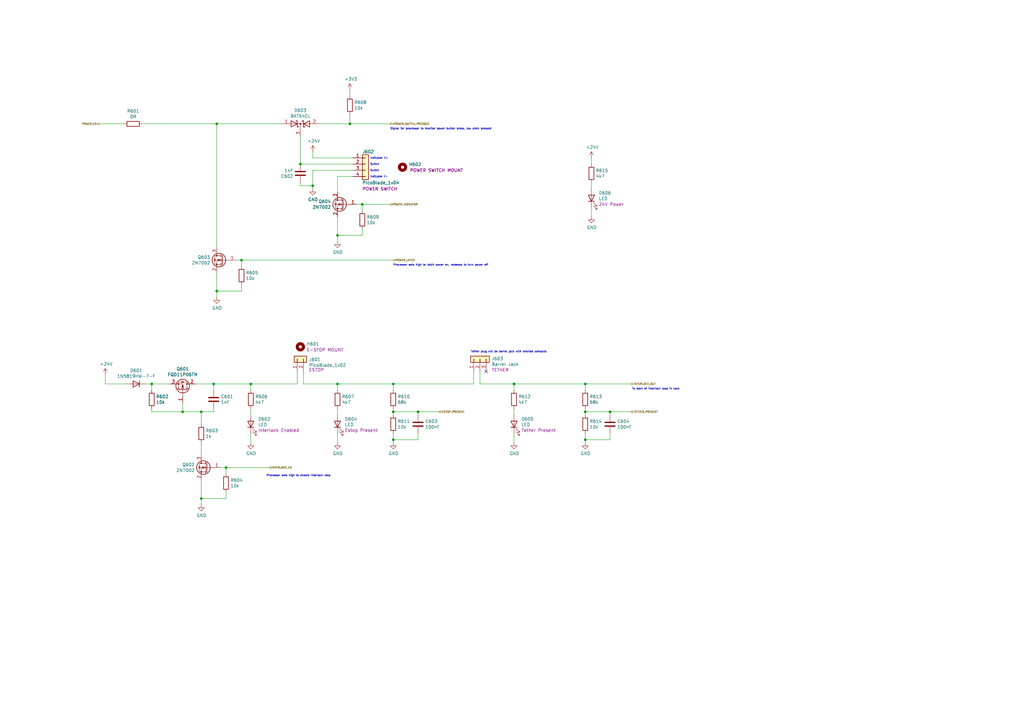
<source format=kicad_sch>
(kicad_sch (version 20211123) (generator eeschema)
  (paper "A3")
  (title_block (title "Control Box") (date "2020-12-15") (rev "vB") (comment 1 "MJ") (comment 2 "EA"))
  (lib_symbols
    (symbol "RCAS_Connectors_Generic:Conn_01x02" (pin_names (offset 1.016) hide)
      (property "Reference" "J" (at 0 2.54 0))
      (property "Value" "Conn_01x02" (at 0 -5.08 0))
      (symbol "Conn_01x02_1_1"
        (rectangle (start -1.27 -2.413) (end 0 -2.667) (stroke (width 0.1524)))
        (rectangle (start -1.27 0.127) (end 0 -0.127) (stroke (width 0.1524)))
        (rectangle (start -1.27 1.27) (end 1.27 -3.81) (stroke (width 0.254)) (fill (type background)))
        (pin passive line (at -5.08 0 0) (length 3.81) (name "Pin_1") (number "1"))
        (pin passive line (at -5.08 -2.54 0) (length 3.81) (name "Pin_2") (number "2"))
      )
    )
    (symbol "RCAS_Connectors_Generic:Conn_01x03" (pin_names (offset 1.016) hide)
      (property "Reference" "J" (at 0 5.08 0))
      (property "Value" "Conn_01x03" (at 0 -5.08 0))
      (symbol "Conn_01x03_1_1"
        (rectangle (start -1.27 -2.413) (end 0 -2.667) (stroke (width 0.1524)))
        (rectangle (start -1.27 0.127) (end 0 -0.127) (stroke (width 0.1524)))
        (rectangle (start -1.27 2.667) (end 0 2.413) (stroke (width 0.1524)))
        (rectangle (start -1.27 3.81) (end 1.27 -3.81) (stroke (width 0.254)) (fill (type background)))
        (pin passive line (at -5.08 2.54 0) (length 3.81) (name "Pin_1") (number "1"))
        (pin passive line (at -5.08 0 0) (length 3.81) (name "Pin_2") (number "2"))
        (pin passive line (at -5.08 -2.54 0) (length 3.81) (name "Pin_3") (number "3"))
      )
    )
    (symbol "RCAS_Connectors_Generic:Conn_01x04" (pin_names (offset 1.016) hide)
      (property "Reference" "J" (at 0 5.08 0))
      (property "Value" "Conn_01x04" (at 0 -7.62 0))
      (symbol "Conn_01x04_1_1"
        (rectangle (start -1.27 -4.953) (end 0 -5.207) (stroke (width 0.1524)))
        (rectangle (start -1.27 -2.413) (end 0 -2.667) (stroke (width 0.1524)))
        (rectangle (start -1.27 0.127) (end 0 -0.127) (stroke (width 0.1524)))
        (rectangle (start -1.27 2.667) (end 0 2.413) (stroke (width 0.1524)))
        (rectangle (start -1.27 3.81) (end 1.27 -6.35) (stroke (width 0.254)) (fill (type background)))
        (pin passive line (at -5.08 2.54 0) (length 3.81) (name "Pin_1") (number "1"))
        (pin passive line (at -5.08 0 0) (length 3.81) (name "Pin_2") (number "2"))
        (pin passive line (at -5.08 -2.54 0) (length 3.81) (name "Pin_3") (number "3"))
        (pin passive line (at -5.08 -5.08 0) (length 3.81) (name "Pin_4") (number "4"))
      )
    )
    (symbol "RCAS_Diodes:D" (pin_numbers hide) (pin_names (offset 1.016) hide)
      (property "Reference" "D" (at 0 2.54 0))
      (property "Value" "D" (at 0 -2.54 0))
      (symbol "D_0_1"
        (polyline (pts (xy -1.27 1.27) (xy -1.27 -1.27)) (stroke (width 0.254)))
        (polyline (pts (xy 1.27 0) (xy -1.27 0)))
        (polyline (pts (xy 1.27 1.27) (xy 1.27 -1.27) (xy -1.27 0) (xy 1.27 1.27)) (stroke (width 0.254)))
      )
      (symbol "D_1_1"
        (pin passive line (at -3.81 0 0) (length 2.54) (name "K") (number "1"))
        (pin passive line (at 3.81 0 180) (length 2.54) (name "A") (number "2"))
      )
    )
    (symbol "RCAS_Diodes:D_Schottky_x2_KCom_AAK" (pin_names (offset 0.762) hide)
      (property "Reference" "D" (at 1.27 -2.54 0))
      (property "Value" "D_Schottky_x2_KCom_AAK" (at 0 2.54 0))
      (symbol "D_Schottky_x2_KCom_AAK_0_1"
        (polyline (pts (xy -3.81 0) (xy 3.81 0)))
        (polyline (pts (xy 0 0) (xy 0 -2.54)))
        (polyline (pts (xy -1.27 -1.27) (xy -1.27 1.27) (xy -1.27 1.27)) (stroke (width 0.254)))
        (polyline (pts (xy 1.27 -1.27) (xy 1.27 1.27) (xy 1.27 1.27)) (stroke (width 0.254)))
        (polyline (pts (xy -1.27 -1.27) (xy -0.762 -1.27) (xy -0.762 -1.016) (xy -0.762 -1.016)) (stroke (width 0.254)))
        (polyline (pts (xy 1.27 -1.27) (xy 1.778 -1.27) (xy 1.778 -1.016) (xy 1.778 -1.016)) (stroke (width 0.254)))
        (polyline (pts (xy 1.27 1.27) (xy 0.762 1.27) (xy 0.762 1.016) (xy 0.762 1.016)) (stroke (width 0.254)))
        (polyline (pts (xy -1.778 1.016) (xy -1.778 1.27) (xy -1.27 1.27) (xy -1.27 1.27) (xy -1.27 1.27)) (stroke (width 0.254)))
        (polyline (pts (xy -3.81 1.27) (xy -1.27 0) (xy -3.81 -1.27) (xy -3.81 1.27) (xy -3.81 1.27) (xy -3.81 1.27)) (stroke (width 0.254)))
        (polyline (pts (xy 3.81 -1.27) (xy 1.27 0) (xy 3.81 1.27) (xy 3.81 -1.27) (xy 3.81 -1.27) (xy 3.81 -1.27)) (stroke (width 0.254)))
        (circle (center 0 0) (radius 0.254) (fill (type outline)))
        (pin passive line (at -7.62 0 0) (length 3.81) (name "A") (number "1"))
        (pin passive line (at 7.62 0 180) (length 3.81) (name "A") (number "2"))
        (pin passive line (at 0 -5.08 90) (length 2.54) (name "K") (number "3"))
      )
    )
    (symbol "RCAS_FETs:Q_NMOS_GSD" (pin_names (offset 0) hide)
      (property "Reference" "Q" (at 5.08 1.27 0))
      (property "Value" "Q_NMOS_GSD" (at 5.08 -1.27 0))
      (symbol "Q_NMOS_GSD_0_1"
        (polyline (pts (xy 0.254 0) (xy -2.54 0)))
        (polyline (pts (xy 0.254 1.905) (xy 0.254 -1.905)) (stroke (width 0.254)))
        (polyline (pts (xy 0.762 -1.27) (xy 0.762 -2.286)) (stroke (width 0.254)))
        (polyline (pts (xy 0.762 0.508) (xy 0.762 -0.508)) (stroke (width 0.254)))
        (polyline (pts (xy 0.762 2.286) (xy 0.762 1.27)) (stroke (width 0.254)))
        (polyline (pts (xy 2.54 2.54) (xy 2.54 1.778)))
        (polyline (pts (xy 2.54 -2.54) (xy 2.54 0) (xy 0.762 0)))
        (polyline (pts (xy 0.762 -1.778) (xy 3.302 -1.778) (xy 3.302 1.778) (xy 0.762 1.778)))
        (polyline (pts (xy 1.016 0) (xy 2.032 0.381) (xy 2.032 -0.381) (xy 1.016 0)) (fill (type outline)))
        (polyline (pts (xy 2.794 0.508) (xy 2.921 0.381) (xy 3.683 0.381) (xy 3.81 0.254)))
        (polyline (pts (xy 3.302 0.381) (xy 2.921 -0.254) (xy 3.683 -0.254) (xy 3.302 0.381)))
        (circle (center 1.651 0) (radius 2.794) (stroke (width 0.254)))
        (circle (center 2.54 -1.778) (radius 0.254) (fill (type outline)))
        (circle (center 2.54 1.778) (radius 0.254) (fill (type outline)))
      )
      (symbol "Q_NMOS_GSD_1_1"
        (pin input line (at -5.08 0 0) (length 2.54) (name "G") (number "1"))
        (pin passive line (at 2.54 -5.08 90) (length 2.54) (name "S") (number "2"))
        (pin passive line (at 2.54 5.08 270) (length 2.54) (name "D") (number "3"))
      )
    )
    (symbol "RCAS_FETs:Q_PMOS_GDS" (pin_names (offset 0) hide)
      (property "Reference" "Q" (at 5.08 1.27 0))
      (property "Value" "Q_PMOS_GDS" (at 5.08 -1.27 0))
      (symbol "Q_PMOS_GDS_0_1"
        (polyline (pts (xy 0.254 0) (xy -2.54 0)))
        (polyline (pts (xy 0.254 1.905) (xy 0.254 -1.905)) (stroke (width 0.254)))
        (polyline (pts (xy 0.762 -1.27) (xy 0.762 -2.286)) (stroke (width 0.254)))
        (polyline (pts (xy 0.762 0.508) (xy 0.762 -0.508)) (stroke (width 0.254)))
        (polyline (pts (xy 0.762 2.286) (xy 0.762 1.27)) (stroke (width 0.254)))
        (polyline (pts (xy 2.54 2.54) (xy 2.54 1.778)))
        (polyline (pts (xy 2.54 -2.54) (xy 2.54 0) (xy 0.762 0)))
        (polyline (pts (xy 0.762 1.778) (xy 3.302 1.778) (xy 3.302 -1.778) (xy 0.762 -1.778)))
        (polyline (pts (xy 2.286 0) (xy 1.27 0.381) (xy 1.27 -0.381) (xy 2.286 0)) (fill (type outline)))
        (polyline (pts (xy 2.794 -0.508) (xy 2.921 -0.381) (xy 3.683 -0.381) (xy 3.81 -0.254)))
        (polyline (pts (xy 3.302 -0.381) (xy 2.921 0.254) (xy 3.683 0.254) (xy 3.302 -0.381)))
        (circle (center 1.651 0) (radius 2.794) (stroke (width 0.254)))
        (circle (center 2.54 -1.778) (radius 0.254) (fill (type outline)))
        (circle (center 2.54 1.778) (radius 0.254) (fill (type outline)))
      )
      (symbol "Q_PMOS_GDS_1_1"
        (pin input line (at -5.08 0 0) (length 2.54) (name "G") (number "1"))
        (pin passive line (at 2.54 5.08 270) (length 2.54) (name "D") (number "2"))
        (pin passive line (at 2.54 -5.08 90) (length 2.54) (name "S") (number "3"))
      )
    )
    (symbol "RCAS_LEDs:LED" (pin_numbers hide) (pin_names (offset 1.016) hide)
      (property "Reference" "D" (at 0 2.54 0))
      (property "Value" "LED" (at 0 -2.54 0))
      (symbol "LED_0_1"
        (polyline (pts (xy -1.27 -1.27) (xy -1.27 1.27)) (stroke (width 0.254)))
        (polyline (pts (xy -1.27 0) (xy 1.27 0)))
        (polyline (pts (xy 1.27 -1.27) (xy 1.27 1.27) (xy -1.27 0) (xy 1.27 -1.27)) (stroke (width 0.254)))
        (polyline (pts (xy -3.048 -0.762) (xy -4.572 -2.286) (xy -3.81 -2.286) (xy -4.572 -2.286) (xy -4.572 -1.524)))
        (polyline (pts (xy -1.778 -0.762) (xy -3.302 -2.286) (xy -2.54 -2.286) (xy -3.302 -2.286) (xy -3.302 -1.524)))
      )
      (symbol "LED_1_1"
        (pin passive line (at -3.81 0 0) (length 2.54) (name "K") (number "1"))
        (pin passive line (at 3.81 0 180) (length 2.54) (name "A") (number "2"))
      )
    )
    (symbol "RCAS_Mechanical:MountingHole" (pin_names (offset 1.016))
      (property "Reference" "H" (at 0 5.08 0))
      (property "Value" "MountingHole" (at 0 3.175 0))
      (symbol "MountingHole_0_1"
        (circle (center 0 0) (radius 1.27) (stroke (width 1.27)))
      )
    )
    (symbol "RCAS_Passives:Capacitor" (pin_numbers hide) (pin_names (offset 0.254))
      (property "Reference" "C" (at 0.635 2.54 0))
      (property "Value" "Capacitor" (at 0.635 -2.54 0))
      (symbol "Capacitor_0_1"
        (polyline (pts (xy -2.032 -0.762) (xy 2.032 -0.762)) (stroke (width 0.508)))
        (polyline (pts (xy -2.032 0.762) (xy 2.032 0.762)) (stroke (width 0.508)))
      )
      (symbol "Capacitor_1_1"
        (pin passive line (at 0 3.81 270) (length 2.794) (name "~") (number "1"))
        (pin passive line (at 0 -3.81 90) (length 2.794) (name "~") (number "2"))
      )
    )
    (symbol "RCAS_Passives:Resistor" (pin_numbers hide) (pin_names (offset 0))
      (property "Reference" "R" (at 2.032 0 90))
      (property "Value" "Resistor" (at 0 0 90))
      (symbol "Resistor_0_1"
        (rectangle (start -1.016 -2.54) (end 1.016 2.54) (stroke (width 0.254)))
      )
      (symbol "Resistor_1_1"
        (pin passive line (at 0 3.81 270) (length 1.27) (name "~") (number "1"))
        (pin passive line (at 0 -3.81 90) (length 1.27) (name "~") (number "2"))
      )
    )
    (symbol "RCAS_Power_Symbols:+24V0" (power) (pin_names (offset 0))
      (property "Value" "+24V0" (at 0 3.556 0))
      (symbol "+24V0_0_1"
        (polyline (pts (xy -0.762 1.27) (xy 0 2.54)))
        (polyline (pts (xy 0 0) (xy 0 2.54)))
        (polyline (pts (xy 0 2.54) (xy 0.762 1.27)))
      )
      (symbol "+24V0_1_1"
        (pin power_in line (at 0 0 90) (length 0) hide (name "+24V") (number "1"))
      )
    )
    (symbol "RCAS_Power_Symbols:+3V3" (power) (pin_names (offset 0))
      (property "Value" "+3V3" (at 0 3.556 0))
      (symbol "+3V3_0_1"
        (polyline (pts (xy -0.762 1.27) (xy 0 2.54)))
        (polyline (pts (xy 0 0) (xy 0 2.54)))
        (polyline (pts (xy 0 2.54) (xy 0.762 1.27)))
      )
      (symbol "+3V3_1_1"
        (pin power_in line (at 0 0 90) (length 0) hide (name "+3V3") (number "1"))
      )
    )
    (symbol "RCAS_Power_Symbols:GND" (power) (pin_names (offset 0))
      (property "Value" "GND" (at 0 -3.81 0))
      (symbol "GND_0_1"
        (polyline (pts (xy 0 0) (xy 0 -1.27) (xy 1.27 -1.27) (xy 0 -2.54) (xy -1.27 -1.27) (xy 0 -1.27)))
      )
      (symbol "GND_1_1"
        (pin power_in line (at 0 0 270) (length 0) hide (name "GND") (number "1"))
      )
    )
  )
  (junction (at 143.51 50.8))
  (junction (at 88.9 119.38))
  (junction (at 82.55 204.47))
  (junction (at 62.23 157.48))
  (junction (at 161.29 168.91))
  (junction (at 74.93 168.91))
  (junction (at 240.03 157.48))
  (junction (at 138.43 157.48))
  (junction (at 88.9 50.8))
  (junction (at 99.06 106.68))
  (junction (at 87.63 157.48))
  (junction (at 240.03 180.34))
  (junction (at 92.71 191.77))
  (junction (at 82.55 168.91))
  (junction (at 161.29 180.34))
  (junction (at 210.82 157.48))
  (junction (at 138.43 96.52))
  (junction (at 102.87 157.48))
  (junction (at 148.59 83.82))
  (junction (at 128.27 76.2))
  (junction (at 161.29 157.48))
  (junction (at 250.19 168.91))
  (junction (at 240.03 168.91))
  (junction (at 171.45 168.91))
  (junction (at 123.19 67.31))
  (no_connect (at 199.39 152.4))
  (wire (pts (xy 99.06 119.38) (xy 88.9 119.38)))
  (wire (pts (xy 88.9 119.38) (xy 88.9 111.76)))
  (wire (pts (xy 250.19 177.8) (xy 250.19 180.34)))
  (wire (pts (xy 62.23 168.91) (xy 62.23 167.64)))
  (wire (pts (xy 143.51 50.8) (xy 160.02 50.8)))
  (wire (pts (xy 171.45 177.8) (xy 171.45 180.34)))
  (wire (pts (xy 138.43 177.8) (xy 138.43 181.61)))
  (wire (pts (xy 171.45 168.91) (xy 161.29 168.91)))
  (wire (pts (xy 161.29 177.8) (xy 161.29 180.34)))
  (wire (pts (xy 128.27 62.23) (xy 128.27 64.77)))
  (wire (pts (xy 92.71 204.47) (xy 82.55 204.47)))
  (wire (pts (xy 138.43 167.64) (xy 138.43 170.18)))
  (wire (pts (xy 148.59 83.82) (xy 160.02 83.82)))
  (wire (pts (xy 74.93 165.1) (xy 74.93 168.91)))
  (wire (pts (xy 99.06 116.84) (xy 99.06 119.38)))
  (wire (pts (xy 102.87 157.48) (xy 102.87 160.02)))
  (wire (pts (xy 88.9 101.6) (xy 88.9 50.8)))
  (wire (pts (xy 80.01 157.48) (xy 87.63 157.48)))
  (wire (pts (xy 250.19 168.91) (xy 240.03 168.91)))
  (wire (pts (xy 74.93 168.91) (xy 82.55 168.91)))
  (wire (pts (xy 210.82 157.48) (xy 240.03 157.48)))
  (wire (pts (xy 242.57 85.09) (xy 242.57 88.9)))
  (wire (pts (xy 102.87 177.8) (xy 102.87 181.61)))
  (wire (pts (xy 87.63 157.48) (xy 102.87 157.48)))
  (wire (pts (xy 121.92 157.48) (xy 121.92 152.4)))
  (wire (pts (xy 128.27 64.77) (xy 144.78 64.77)))
  (wire (pts (xy 143.51 50.8) (xy 143.51 46.99)))
  (wire (pts (xy 250.19 168.91) (xy 259.08 168.91)))
  (wire (pts (xy 124.46 157.48) (xy 138.43 157.48)))
  (wire (pts (xy 161.29 168.91) (xy 161.29 170.18)))
  (wire (pts (xy 62.23 157.48) (xy 59.69 157.48)))
  (wire (pts (xy 82.55 181.61) (xy 82.55 186.69)))
  (wire (pts (xy 82.55 168.91) (xy 87.63 168.91)))
  (wire (pts (xy 82.55 173.99) (xy 82.55 168.91)))
  (wire (pts (xy 99.06 109.22) (xy 99.06 106.68)))
  (wire (pts (xy 62.23 157.48) (xy 69.85 157.48)))
  (wire (pts (xy 123.19 74.93) (xy 123.19 76.2)))
  (wire (pts (xy 87.63 160.02) (xy 87.63 157.48)))
  (wire (pts (xy 144.78 69.85) (xy 128.27 69.85)))
  (wire (pts (xy 144.78 67.31) (xy 123.19 67.31)))
  (wire (pts (xy 128.27 69.85) (xy 128.27 76.2)))
  (wire (pts (xy 240.03 168.91) (xy 240.03 170.18)))
  (wire (pts (xy 92.71 201.93) (xy 92.71 204.47)))
  (wire (pts (xy 88.9 121.92) (xy 88.9 119.38)))
  (wire (pts (xy 250.19 180.34) (xy 240.03 180.34)))
  (wire (pts (xy 43.18 157.48) (xy 52.07 157.48)))
  (wire (pts (xy 210.82 157.48) (xy 210.82 160.02)))
  (wire (pts (xy 40.64 50.8) (xy 50.8 50.8)))
  (wire (pts (xy 102.87 167.64) (xy 102.87 170.18)))
  (wire (pts (xy 171.45 168.91) (xy 180.34 168.91)))
  (wire (pts (xy 240.03 180.34) (xy 240.03 181.61)))
  (wire (pts (xy 240.03 157.48) (xy 259.08 157.48)))
  (wire (pts (xy 74.93 168.91) (xy 62.23 168.91)))
  (wire (pts (xy 130.81 50.8) (xy 143.51 50.8)))
  (wire (pts (xy 148.59 93.98) (xy 148.59 96.52)))
  (wire (pts (xy 124.46 152.4) (xy 124.46 157.48)))
  (wire (pts (xy 240.03 177.8) (xy 240.03 180.34)))
  (wire (pts (xy 194.31 152.4) (xy 194.31 157.48)))
  (wire (pts (xy 43.18 157.48) (xy 43.18 153.67)))
  (wire (pts (xy 250.19 170.18) (xy 250.19 168.91)))
  (wire (pts (xy 210.82 177.8) (xy 210.82 181.61)))
  (wire (pts (xy 123.19 55.88) (xy 123.19 67.31)))
  (wire (pts (xy 138.43 99.06) (xy 138.43 96.52)))
  (wire (pts (xy 99.06 106.68) (xy 161.29 106.68)))
  (wire (pts (xy 92.71 191.77) (xy 110.49 191.77)))
  (wire (pts (xy 242.57 77.47) (xy 242.57 74.93)))
  (wire (pts (xy 240.03 160.02) (xy 240.03 157.48)))
  (wire (pts (xy 240.03 167.64) (xy 240.03 168.91)))
  (wire (pts (xy 242.57 64.77) (xy 242.57 67.31)))
  (wire (pts (xy 138.43 72.39) (xy 144.78 72.39)))
  (wire (pts (xy 88.9 50.8) (xy 115.57 50.8)))
  (wire (pts (xy 161.29 167.64) (xy 161.29 168.91)))
  (wire (pts (xy 90.17 191.77) (xy 92.71 191.77)))
  (wire (pts (xy 96.52 106.68) (xy 99.06 106.68)))
  (wire (pts (xy 146.05 83.82) (xy 148.59 83.82)))
  (wire (pts (xy 171.45 170.18) (xy 171.45 168.91)))
  (wire (pts (xy 87.63 167.64) (xy 87.63 168.91)))
  (wire (pts (xy 62.23 160.02) (xy 62.23 157.48)))
  (wire (pts (xy 102.87 157.48) (xy 121.92 157.48)))
  (wire (pts (xy 143.51 36.83) (xy 143.51 39.37)))
  (wire (pts (xy 58.42 50.8) (xy 88.9 50.8)))
  (wire (pts (xy 123.19 76.2) (xy 128.27 76.2)))
  (wire (pts (xy 210.82 167.64) (xy 210.82 170.18)))
  (wire (pts (xy 196.85 152.4) (xy 196.85 157.48)))
  (wire (pts (xy 82.55 204.47) (xy 82.55 196.85)))
  (wire (pts (xy 171.45 180.34) (xy 161.29 180.34)))
  (wire (pts (xy 161.29 157.48) (xy 194.31 157.48)))
  (wire (pts (xy 196.85 157.48) (xy 210.82 157.48)))
  (wire (pts (xy 138.43 157.48) (xy 138.43 160.02)))
  (wire (pts (xy 161.29 180.34) (xy 161.29 181.61)))
  (wire (pts (xy 128.27 77.47) (xy 128.27 76.2)))
  (wire (pts (xy 138.43 96.52) (xy 138.43 88.9)))
  (wire (pts (xy 82.55 207.01) (xy 82.55 204.47)))
  (wire (pts (xy 92.71 194.31) (xy 92.71 191.77)))
  (wire (pts (xy 161.29 160.02) (xy 161.29 157.48)))
  (wire (pts (xy 138.43 157.48) (xy 161.29 157.48)))
  (wire (pts (xy 148.59 86.36) (xy 148.59 83.82)))
  (wire (pts (xy 138.43 78.74) (xy 138.43 72.39)))
  (wire (pts (xy 148.59 96.52) (xy 138.43 96.52)))
  (text "Switch" (at 151.765 70.485 0) (effects (font (size 0.762 0.762)) (justify left bottom)))
  (text "Processor sets high to enable interlock loop" (at 109.22 195.58 0) (effects (font (size 0.762 0.762)) (justify left bottom)))
  (text "To start of interlock loop in loco" (at 259.08 160.02 0) (effects (font (size 0.762 0.762)) (justify left bottom)))
  (text "Indicator V-" (at 151.765 73.025 0) (effects (font (size 0.762 0.762)) (justify left bottom)))
  (text "Processor sets high to latch power on, releases to turn power off" (at 161.29 109.22 0) (effects (font (size 0.762 0.762)) (justify left bottom)))
  (text "Signal for processor to monitor power button press, low when pressed" (at 160.02 53.34 0) (effects (font (size 0.762 0.762)) (justify left bottom)))
  (text "Tether plug will be barrel jack with shorted contacts" (at 193.04 144.78 0) (effects (font (size 0.762 0.762)) (justify left bottom)))
  (text "Indicator V+" (at 151.765 65.405 0) (effects (font (size 0.762 0.762)) (justify left bottom)))
  (text "Switch" (at 151.765 67.945 0) (effects (font (size 0.762 0.762)) (justify left bottom)))
  (hierarchical_label "INTERLOCK_EN" (shape input) (at 110.49 191.77 0) (effects (font (size 0.762 0.762))))
  (hierarchical_label "POWER_INDICATOR" (shape input) (at 160.02 83.82 0) (effects (font (size 0.762 0.762))))
  (hierarchical_label "TETHER_PRESENT" (shape output) (at 259.08 168.91 0) (effects (font (size 0.762 0.762))))
  (hierarchical_label "POWER_LATCH" (shape input) (at 161.29 106.68 0) (effects (font (size 0.762 0.762))))
  (hierarchical_label "ESTOP_PRESENT" (shape output) (at 180.34 168.91 0) (effects (font (size 0.762 0.762))))
  (hierarchical_label "INTERLOCK_OUT" (shape output) (at 259.08 157.48 0) (effects (font (size 0.762 0.762))))
  (hierarchical_label "nPOWER_SWITCH_PRESSED" (shape output) (at 160.02 50.8 0) (effects (font (size 0.762 0.762))))
  (hierarchical_label "POWER_EN" (shape output) (at 40.64 50.8 180) (effects (font (size 0.762 0.762))))
  (symbol (lib_id "RCAS_Passives:Resistor") (at 54.61 50.8 270) (unit 1)
    (property "Reference" "R601" (at 54.61 45.5422 90))
    (property "Value" "0R" (at 54.61 47.8536 90))
    (property "Footprint" "RCAS_Resistor_SMD:R_0603_1608Metric_Pad1.05x0.95mm_HandSolder" (effects hide))
    (property "Basic/Extended" "Basic" (effects hide))
    (property "LCSC" "C23182" (effects hide))
  )
  (symbol (lib_id "RCAS_Passives:Resistor") (at 99.06 113.03 0) (unit 1)
    (property "Reference" "R605" (at 100.838 111.8616 0) (effects (justify left)))
    (property "Value" "10k" (at 100.838 114.173 0) (effects (justify left)))
    (property "Footprint" "RCAS_Resistor_SMD:R_0603_1608Metric_Pad1.05x0.95mm_HandSolder" (effects hide))
    (property "Basic/Extended" "Basic" (effects hide))
    (property "LCSC" "C25804" (effects hide))
  )
  (symbol (lib_id "RCAS_Power_Symbols:GND") (at 88.9 121.92 0) (unit 1)
    (property "Reference" "#PWR0603" (effects hide))
    (property "Value" "GND" (at 89.027 126.3142 0))
  )
  (symbol (lib_id "RCAS_Diodes:D_Schottky_x2_KCom_AAK") (at 123.19 50.8 0) (unit 1)
    (property "Reference" "D603" (at 123.19 45.2882 0))
    (property "Value" "BAT54CL" (at 123.19 47.5996 0))
    (property "Footprint" "RCAS_Package_TO_SOT_SMD:SOT-23_Handsoldering" (effects hide))
    (property "Description" "Dual Common Cathode Schottky Diode SOT23" (effects hide))
    (property "Manufacturer" "ON Semiconductor" (effects hide))
    (property "Manufacturer Part Number" "BAT54CLT1G" (effects hide))
    (property "Supplier" "DigiKey" (effects hide))
    (property "Supplier Part Number" "BAT54CLT1GOSCT-ND" (effects hide))
    (property "Cost" "£0.11" (effects hide))
    (property "Basic/Extended" "Extended" (effects hide))
    (property "LCSC" "C14308" (effects hide))
  )
  (symbol (lib_id "RCAS_Passives:Resistor") (at 143.51 43.18 0) (unit 1)
    (property "Reference" "R608" (at 145.288 42.0116 0) (effects (justify left)))
    (property "Value" "10k" (at 145.288 44.323 0) (effects (justify left)))
    (property "Footprint" "RCAS_Resistor_SMD:R_0603_1608Metric_Pad1.05x0.95mm_HandSolder" (effects hide))
    (property "Basic/Extended" "Basic" (effects hide))
    (property "LCSC" "C25804" (effects hide))
  )
  (symbol (lib_id "RCAS_Power_Symbols:+3V3") (at 143.51 36.83 0) (unit 1)
    (property "Reference" "#PWR0609" (effects hide))
    (property "Value" "+3V3" (at 143.891 32.4358 0))
  )
  (symbol (lib_id "RCAS_Power_Symbols:+24V0") (at 242.57 64.77 0) (unit 1)
    (property "Reference" "#PWR0613" (effects hide))
    (property "Value" "+24V0" (at 242.951 60.3758 0))
  )
  (symbol (lib_id "RCAS_Power_Symbols:+24V0") (at 43.18 153.67 0) (unit 1)
    (property "Reference" "#PWR0601" (effects hide))
    (property "Value" "+24V0" (at 43.561 149.2758 0))
  )
  (symbol (lib_id "RCAS_Passives:Resistor") (at 62.23 163.83 0) (unit 1)
    (property "Reference" "R602" (at 64.008 162.6616 0) (effects (justify left)))
    (property "Value" "10k" (at 64.008 164.973 0) (effects (justify left)))
    (property "Footprint" "RCAS_Resistor_SMD:R_0603_1608Metric_Pad1.05x0.95mm_HandSolder" (effects hide))
    (property "Basic/Extended" "Basic" (effects hide))
    (property "LCSC" "C25804" (effects hide))
  )
  (symbol (lib_id "RCAS_Passives:Resistor") (at 242.57 71.12 0) (unit 1)
    (property "Reference" "R615" (at 244.348 69.9516 0) (effects (justify left)))
    (property "Value" "4k7" (at 244.348 72.263 0) (effects (justify left)))
    (property "Footprint" "RCAS_Resistor_SMD:R_0603_1608Metric_Pad1.05x0.95mm_HandSolder" (effects hide))
    (property "Basic/Extended" "Basic" (effects hide))
    (property "LCSC" "C23162" (effects hide))
  )
  (symbol (lib_id "RCAS_LEDs:LED") (at 242.57 81.28 90) (unit 1)
    (property "Reference" "D606" (at 245.5672 79.1464 90) (effects (justify right)))
    (property "Value" "LED" (at 245.5672 81.4578 90) (effects (justify right)))
    (property "Footprint" "RCAS_LED_SMD:LED_0603_1608Metric_Pad1.05x0.95mm_HandSolder" (effects hide))
    (property "Label" "24V Power" (at 245.5672 83.7692 90) (effects (justify right)))
    (property "Cost" "£0.11" (effects hide))
    (property "Description" "Green LED, 2V, 30mA, 0603" (effects hide))
    (property "Manufacturer" "Wurth Elektronik" (effects hide))
    (property "Manufacturer Part Number" "150060VS75000" (effects hide))
    (property "Supplier" "DigiKey" (effects hide))
    (property "Supplier Part Number" "732-4980-1-ND" (effects hide))
    (property "Basic/Extended" "Basic" (effects hide))
    (property "LCSC" "C2286" (effects hide))
  )
  (symbol (lib_id "RCAS_Power_Symbols:GND") (at 242.57 88.9 0) (unit 1)
    (property "Reference" "#PWR0614" (effects hide))
    (property "Value" "GND" (at 242.697 93.2942 0))
  )
  (symbol (lib_id "RCAS_Passives:Resistor") (at 92.71 198.12 0) (unit 1)
    (property "Reference" "R604" (at 94.488 196.9516 0) (effects (justify left)))
    (property "Value" "10k" (at 94.488 199.263 0) (effects (justify left)))
    (property "Footprint" "RCAS_Resistor_SMD:R_0603_1608Metric_Pad1.05x0.95mm_HandSolder" (effects hide))
    (property "Basic/Extended" "Basic" (effects hide))
    (property "LCSC" "C25804" (effects hide))
  )
  (symbol (lib_id "RCAS_Power_Symbols:GND") (at 82.55 207.01 0) (unit 1)
    (property "Reference" "#PWR0602" (effects hide))
    (property "Value" "GND" (at 82.677 211.4042 0))
  )
  (symbol (lib_id "RCAS_Connectors_Generic:Conn_01x02") (at 121.92 147.32 90) (unit 1)
    (property "Reference" "J601" (at 126.6952 147.4724 90) (effects (justify right)))
    (property "Value" "PicoBlade_1x02" (at 126.6952 149.7838 90) (effects (justify right)))
    (property "Footprint" "RCAS_Connector_Molex:Molex_PicoBlade_53047-0210_1x02_P1.25mm_Vertical" (effects hide))
    (property "Label" "ESTOP" (at 126.6952 151.7142 90) (effects (justify right)))
    (property "Cost" "£0.13" (effects hide))
    (property "Manufacturer" "Molex" (effects hide))
    (property "Manufacturer Part Number" "0530470210" (effects hide))
    (property "Supplier" "DigiKey" (effects hide))
    (property "Supplier Part Number" "WM1731-ND" (effects hide))
  )
  (symbol (lib_id "RCAS_Passives:Resistor") (at 138.43 163.83 0) (unit 1)
    (property "Reference" "R607" (at 140.208 162.6616 0) (effects (justify left)))
    (property "Value" "4k7" (at 140.208 164.973 0) (effects (justify left)))
    (property "Footprint" "RCAS_Resistor_SMD:R_0603_1608Metric_Pad1.05x0.95mm_HandSolder" (effects hide))
    (property "Basic/Extended" "Basic" (effects hide))
    (property "LCSC" "C23162" (effects hide))
  )
  (symbol (lib_id "RCAS_LEDs:LED") (at 138.43 173.99 90) (unit 1)
    (property "Reference" "D604" (at 141.4272 171.8564 90) (effects (justify right)))
    (property "Value" "LED" (at 141.4272 174.1678 90) (effects (justify right)))
    (property "Footprint" "RCAS_LED_SMD:LED_0603_1608Metric_Pad1.05x0.95mm_HandSolder" (effects hide))
    (property "Label" "Estop Present" (at 141.4272 176.4792 90) (effects (justify right)))
    (property "Cost" "£0.11" (effects hide))
    (property "Description" "Yellow LED, 2V, 30mA, 0603" (effects hide))
    (property "Manufacturer" "Wurth Elektronik" (effects hide))
    (property "Manufacturer Part Number" "150060YS75000" (effects hide))
    (property "Supplier" "DigiKey" (effects hide))
    (property "Supplier Part Number" "732-4981-1-ND" (effects hide))
    (property "Basic/Extended" "Basic" (effects hide))
    (property "LCSC" "C205443" (effects hide))
  )
  (symbol (lib_id "RCAS_Power_Symbols:GND") (at 138.43 181.61 0) (unit 1)
    (property "Reference" "#PWR0608" (effects hide))
    (property "Value" "GND" (at 138.557 186.0042 0))
  )
  (symbol (lib_id "RCAS_Passives:Resistor") (at 161.29 163.83 0) (unit 1)
    (property "Reference" "R610" (at 163.068 162.6616 0) (effects (justify left)))
    (property "Value" "68k" (at 163.068 164.973 0) (effects (justify left)))
    (property "Footprint" "RCAS_Resistor_SMD:R_0603_1608Metric_Pad1.05x0.95mm_HandSolder" (effects hide))
    (property "Basic/Extended" "Basic" (effects hide))
    (property "LCSC" "C25804" (effects hide))
  )
  (symbol (lib_id "RCAS_Passives:Resistor") (at 161.29 173.99 0) (unit 1)
    (property "Reference" "R611" (at 163.068 172.8216 0) (effects (justify left)))
    (property "Value" "10k" (at 163.068 175.133 0) (effects (justify left)))
    (property "Footprint" "RCAS_Resistor_SMD:R_0603_1608Metric_Pad1.05x0.95mm_HandSolder" (effects hide))
    (property "Basic/Extended" "Basic" (effects hide))
    (property "LCSC" "C23231" (effects hide))
  )
  (symbol (lib_id "RCAS_Power_Symbols:GND") (at 161.29 181.61 0) (unit 1)
    (property "Reference" "#PWR0610" (effects hide))
    (property "Value" "GND" (at 161.417 186.0042 0))
  )
  (symbol (lib_id "RCAS_Passives:Capacitor") (at 171.45 173.99 0) (unit 1)
    (property "Reference" "C603" (at 174.371 172.8216 0) (effects (justify left)))
    (property "Value" "100nF" (at 174.371 175.133 0) (effects (justify left)))
    (property "Footprint" "RCAS_Capacitor_SMD:C_0603_1608Metric_Pad1.05x0.95mm_HandSolder" (effects hide))
    (property "LCSC" "C14663" (effects hide))
    (property "Basic/Extended" "Basic" (effects hide))
  )
  (symbol (lib_id "RCAS_Passives:Capacitor") (at 87.63 163.83 0) (unit 1)
    (property "Reference" "C601" (at 90.551 162.6616 0) (effects (justify left)))
    (property "Value" "1nF" (at 90.551 164.973 0) (effects (justify left)))
    (property "Footprint" "RCAS_Capacitor_SMD:C_0603_1608Metric_Pad1.05x0.95mm_HandSolder" (effects hide))
    (property "Basic/Extended" "Basic" (effects hide))
    (property "LCSC" "C1588" (effects hide))
  )
  (symbol (lib_id "RCAS_Passives:Resistor") (at 82.55 177.8 0) (unit 1)
    (property "Reference" "R603" (at 84.328 176.6316 0) (effects (justify left)))
    (property "Value" "1k" (at 84.328 178.943 0) (effects (justify left)))
    (property "Footprint" "RCAS_Resistor_SMD:R_0603_1608Metric_Pad1.05x0.95mm_HandSolder" (effects hide))
    (property "Basic/Extended" "Basic" (effects hide))
    (property "LCSC" "C21190" (effects hide))
  )
  (symbol (lib_id "RCAS_Passives:Resistor") (at 102.87 163.83 0) (unit 1)
    (property "Reference" "R606" (at 104.648 162.6616 0) (effects (justify left)))
    (property "Value" "4k7" (at 104.648 164.973 0) (effects (justify left)))
    (property "Footprint" "RCAS_Resistor_SMD:R_0603_1608Metric_Pad1.05x0.95mm_HandSolder" (effects hide))
    (property "Basic/Extended" "Basic" (effects hide))
    (property "LCSC" "C23162" (effects hide))
  )
  (symbol (lib_id "RCAS_LEDs:LED") (at 102.87 173.99 90) (unit 1)
    (property "Reference" "D602" (at 105.8672 171.8564 90) (effects (justify right)))
    (property "Value" "LED" (at 105.8672 174.1678 90) (effects (justify right)))
    (property "Footprint" "RCAS_LED_SMD:LED_0603_1608Metric_Pad1.05x0.95mm_HandSolder" (effects hide))
    (property "Label" "Interlock Enabled" (at 105.8672 176.4792 90) (effects (justify right)))
    (property "Cost" "£0.11" (effects hide))
    (property "Description" "Yellow LED, 2V, 30mA, 0603" (effects hide))
    (property "Manufacturer" "Wurth Elektronik" (effects hide))
    (property "Manufacturer Part Number" "150060YS75000" (effects hide))
    (property "Supplier" "DigiKey" (effects hide))
    (property "Supplier Part Number" "732-4981-1-ND" (effects hide))
    (property "Basic/Extended" "Basic" (effects hide))
    (property "LCSC" "C205443" (effects hide))
  )
  (symbol (lib_id "RCAS_Power_Symbols:GND") (at 102.87 181.61 0) (unit 1)
    (property "Reference" "#PWR0604" (effects hide))
    (property "Value" "GND" (at 102.997 186.0042 0))
  )
  (symbol (lib_id "RCAS_Passives:Resistor") (at 210.82 163.83 0) (unit 1)
    (property "Reference" "R612" (at 212.598 162.6616 0) (effects (justify left)))
    (property "Value" "4k7" (at 212.598 164.973 0) (effects (justify left)))
    (property "Footprint" "RCAS_Resistor_SMD:R_0603_1608Metric_Pad1.05x0.95mm_HandSolder" (effects hide))
    (property "Basic/Extended" "Basic" (effects hide))
    (property "LCSC" "C23162" (effects hide))
  )
  (symbol (lib_id "RCAS_LEDs:LED") (at 210.82 173.99 90) (unit 1)
    (property "Reference" "D605" (at 213.8172 171.8564 90) (effects (justify right)))
    (property "Value" "LED" (at 213.8172 174.1678 90) (effects (justify right)))
    (property "Footprint" "RCAS_LED_SMD:LED_0603_1608Metric_Pad1.05x0.95mm_HandSolder" (effects hide))
    (property "Label" "Tether Present" (at 213.8172 176.4792 90) (effects (justify right)))
    (property "Cost" "£0.11" (effects hide))
    (property "Description" "Yellow LED, 2V, 30mA, 0603" (effects hide))
    (property "Manufacturer" "Wurth Elektronik" (effects hide))
    (property "Manufacturer Part Number" "150060YS75000" (effects hide))
    (property "Supplier" "DigiKey" (effects hide))
    (property "Supplier Part Number" "732-4981-1-ND" (effects hide))
    (property "Basic/Extended" "Basic" (effects hide))
    (property "LCSC" "C205443" (effects hide))
  )
  (symbol (lib_id "RCAS_Power_Symbols:GND") (at 210.82 181.61 0) (unit 1)
    (property "Reference" "#PWR0611" (effects hide))
    (property "Value" "GND" (at 210.947 186.0042 0))
  )
  (symbol (lib_id "RCAS_Passives:Resistor") (at 240.03 163.83 0) (unit 1)
    (property "Reference" "R613" (at 241.808 162.6616 0) (effects (justify left)))
    (property "Value" "68k" (at 241.808 164.973 0) (effects (justify left)))
    (property "Footprint" "RCAS_Resistor_SMD:R_0603_1608Metric_Pad1.05x0.95mm_HandSolder" (effects hide))
    (property "Basic/Extended" "Basic" (effects hide))
    (property "LCSC" "C25804" (effects hide))
  )
  (symbol (lib_id "RCAS_Passives:Resistor") (at 240.03 173.99 0) (unit 1)
    (property "Reference" "R614" (at 241.808 172.8216 0) (effects (justify left)))
    (property "Value" "10k" (at 241.808 175.133 0) (effects (justify left)))
    (property "Footprint" "RCAS_Resistor_SMD:R_0603_1608Metric_Pad1.05x0.95mm_HandSolder" (effects hide))
    (property "Basic/Extended" "Basic" (effects hide))
    (property "LCSC" "C23231" (effects hide))
  )
  (symbol (lib_id "RCAS_Power_Symbols:GND") (at 240.03 181.61 0) (unit 1)
    (property "Reference" "#PWR0612" (effects hide))
    (property "Value" "GND" (at 240.157 186.0042 0))
  )
  (symbol (lib_id "RCAS_Passives:Capacitor") (at 250.19 173.99 0) (unit 1)
    (property "Reference" "C604" (at 253.111 172.8216 0) (effects (justify left)))
    (property "Value" "100nF" (at 253.111 175.133 0) (effects (justify left)))
    (property "Footprint" "RCAS_Capacitor_SMD:C_0603_1608Metric_Pad1.05x0.95mm_HandSolder" (effects hide))
    (property "LCSC" "C14663" (effects hide))
    (property "Basic/Extended" "Basic" (effects hide))
  )
  (symbol (lib_id "RCAS_Connectors_Generic:Conn_01x04") (at 149.86 67.31 0) (unit 1)
    (property "Reference" "J602" (at 148.59 62.23 0) (effects (justify left)))
    (property "Value" "PicoBlade_1x04" (at 148.59 74.93 0) (effects (justify left)))
    (property "Footprint" "RCAS_Connector_Molex:Molex_PicoBlade_53047-0410_1x04_P1.25mm_Vertical" (effects hide))
    (property "Label" "POWER SWITCH" (at 148.59 77.47 0) (effects (justify left)))
    (property "Cost" "£0.19" (effects hide))
    (property "Manufacturer" "Molex" (effects hide))
    (property "Supplier" "DigiKey" (effects hide))
    (property "Supplier Part Number" "	WM1733-ND" (effects hide))
  )
  (symbol (lib_id "RCAS_Power_Symbols:GND") (at 128.27 77.47 0) (unit 1)
    (property "Reference" "#PWR0606" (effects hide))
    (property "Value" "GND" (at 128.397 81.8642 0))
  )
  (symbol (lib_id "RCAS_Power_Symbols:+24V0") (at 128.27 62.23 0) (unit 1)
    (property "Reference" "#PWR0605" (effects hide))
    (property "Value" "+24V0" (at 128.651 57.8358 0))
  )
  (symbol (lib_id "RCAS_Passives:Capacitor") (at 123.19 71.12 180) (unit 1)
    (property "Reference" "C602" (at 120.269 72.2884 0) (effects (justify left)))
    (property "Value" "1nF" (at 120.269 69.977 0) (effects (justify left)))
    (property "Footprint" "RCAS_Capacitor_SMD:C_0603_1608Metric_Pad1.05x0.95mm_HandSolder" (effects hide))
    (property "Basic/Extended" "Basic" (effects hide))
    (property "LCSC" "C1588" (effects hide))
  )
  (symbol (lib_id "RCAS_Power_Symbols:GND") (at 138.43 99.06 0) (unit 1)
    (property "Reference" "#PWR0607" (effects hide))
    (property "Value" "GND" (at 138.557 103.4542 0))
  )
  (symbol (lib_id "RCAS_Passives:Resistor") (at 148.59 90.17 0) (unit 1)
    (property "Reference" "R609" (at 150.368 89.0016 0) (effects (justify left)))
    (property "Value" "10k" (at 150.368 91.313 0) (effects (justify left)))
    (property "Footprint" "RCAS_Resistor_SMD:R_0603_1608Metric_Pad1.05x0.95mm_HandSolder" (effects hide))
    (property "Basic/Extended" "Basic" (effects hide))
    (property "LCSC" "C25804" (effects hide))
  )
  (symbol (lib_id "RCAS_Connectors_Generic:Conn_01x03") (at 196.85 147.32 90) (unit 1)
    (property "Reference" "J603" (at 201.6252 147.0914 90) (effects (justify right)))
    (property "Value" "Barrel Jack" (at 201.6252 149.4028 90) (effects (justify right)))
    (property "Footprint" "RCAS_Connector_BarrelJack:BarrelJack_Wuerth_6941xx301002" (effects hide))
    (property "Label" "TETHER" (at 201.6252 151.7142 90) (effects (justify right)))
    (property "Description" "2.1mm ID Barrel Jack, TH RA" (effects hide))
    (property "Manufacturer" "Wurth Elektronik" (effects hide))
    (property "Manufacturer Part Number" "694106301002" (effects hide))
    (property "Supplier" "Digikey" (effects hide))
    (property "Supplier Part Number" "732-5930-ND" (effects hide))
    (property "Cost" "0.71" (effects hide))
  )
  (symbol (lib_id "RCAS_FETs:Q_NMOS_GSD") (at 85.09 191.77 0) (mirror y) (unit 1)
    (property "Reference" "Q602" (at 79.883 190.6016 0) (effects (justify left)))
    (property "Value" "2N7002" (at 79.883 192.913 0) (effects (justify left)))
    (property "Footprint" "RCAS_Package_TO_SOT_SMD:SOT-23_Handsoldering" (effects hide))
    (property "Description" "N-Channel MOSFET, 60V, 300mA" (effects hide))
    (property "Manufacturer" "Nexperia" (effects hide))
    (property "Manufacturer Part Number" "2N7002,215" (effects hide))
    (property "Supplier" "DigiKey" (effects hide))
    (property "Supplier Part Number" "1727-2764-1-ND" (effects hide))
    (property "Cost" "£0.12" (effects hide))
    (property "Basic/Extended" "Subsitituded for extended" (effects hide))
    (property "LCSC" "C239589" (effects hide))
  )
  (symbol (lib_id "RCAS_FETs:Q_NMOS_GSD") (at 91.44 106.68 0) (mirror y) (unit 1)
    (property "Reference" "Q603" (at 86.233 105.5116 0) (effects (justify left)))
    (property "Value" "2N7002" (at 86.233 107.823 0) (effects (justify left)))
    (property "Footprint" "RCAS_Package_TO_SOT_SMD:SOT-23_Handsoldering" (effects hide))
    (property "Description" "N-Channel MOSFET, 60V, 300mA" (effects hide))
    (property "Manufacturer" "Nexperia" (effects hide))
    (property "Manufacturer Part Number" "2N7002,215" (effects hide))
    (property "Supplier" "DigiKey" (effects hide))
    (property "Supplier Part Number" "1727-2764-1-ND" (effects hide))
    (property "Cost" "£0.12" (effects hide))
    (property "Basic/Extended" "Subsitituded for extended" (effects hide))
    (property "LCSC" "C239589" (effects hide))
  )
  (symbol (lib_id "RCAS_FETs:Q_NMOS_GSD") (at 140.97 83.82 0) (mirror y) (unit 1)
    (property "Reference" "Q604" (at 135.763 82.6516 0) (effects (justify left)))
    (property "Value" "2N7002" (at 135.763 84.963 0) (effects (justify left)))
    (property "Footprint" "RCAS_Package_TO_SOT_SMD:SOT-23_Handsoldering" (effects hide))
    (property "Description" "N-Channel MOSFET, 60V, 300mA" (effects hide))
    (property "Manufacturer" "Nexperia" (effects hide))
    (property "Manufacturer Part Number" "2N7002,215" (effects hide))
    (property "Supplier" "DigiKey" (effects hide))
    (property "Supplier Part Number" "1727-2764-1-ND" (effects hide))
    (property "Cost" "£0.12" (effects hide))
    (property "Basic/Extended" "Subsitituded for extended" (effects hide))
    (property "LCSC" "C239589" (effects hide))
  )
  (symbol (lib_id "RCAS_FETs:Q_PMOS_GDS") (at 74.93 160.02 270) (mirror x) (unit 1)
    (property "Reference" "Q601" (at 74.93 151.3332 90))
    (property "Value" "FQD11P06TM" (at 74.93 153.6446 90))
    (property "Footprint" "RCAS_Package_TO_SOT_SMD:TO-252-2" (effects hide))
    (property "Description" "P-Channel MOSFET, 60V, 9.4A, DPAK" (effects hide))
    (property "Manufacturer" "ON Semiconductor" (effects hide))
    (property "Manufacturer Part Number" "FQD11P06TM" (effects hide))
    (property "Supplier" "DigiKey" (effects hide))
    (property "Supplier Part Number" "FQD11P06TMCT-ND" (effects hide))
    (property "Cost" "£0.45" (effects hide))
    (property "Basic/Extended" "Subsitituded for extended" (effects hide))
    (property "LCSC" "C165227" (effects hide))
  )
  (symbol (lib_id "RCAS_Diodes:D") (at 55.88 157.48 180) (unit 1)
    (property "Reference" "D601" (at 55.88 151.9682 0))
    (property "Value" "1N5819HW-7-F" (at 55.88 154.2796 0))
    (property "Footprint" "RCAS_Diode_SMD:D_SOD-123" (effects hide))
    (property "Description" "Schottky Diode, 40V, 1A, SOD123" (effects hide))
    (property "Manufacturer" "Diodes Incorporated" (effects hide))
    (property "Manufacturer Part Number" "1N5819HW-7-F" (effects hide))
    (property "Supplier" "DigiKey" (effects hide))
    (property "Supplier Part Number" "1N5819HW-FDICT-ND" (effects hide))
    (property "Cost" "£0.31" (effects hide))
    (property "Basic/Extended" "Extended" (effects hide))
    (property "LCSC" "C117948" (effects hide))
  )
  (symbol (lib_id "RCAS_Mechanical:MountingHole") (at 165.1 68.58 0) (unit 1)
    (property "Reference" "H602" (at 167.64 67.4116 0) (effects (justify left)))
    (property "Value" "16mm Hole" (effects hide))
    (property "Footprint" "RCAS_Button_Switch_THT:16mm_Power_Button" (effects hide))
    (property "Label" "POWER SWITCH MOUNT" (at 179.07 69.85 0))
  )
  (symbol (lib_id "RCAS_Mechanical:MountingHole") (at 123.19 142.24 0) (unit 1)
    (property "Reference" "H601" (at 125.73 141.0716 0) (effects (justify left)))
    (property "Value" "16mm Hole" (effects hide))
    (property "Footprint" "RCAS_Button_Switch_THT:16mm_E-STOP" (effects hide))
    (property "Label" "E-STOP MOUNT" (at 133.35 143.51 0))
  )
)
</source>
